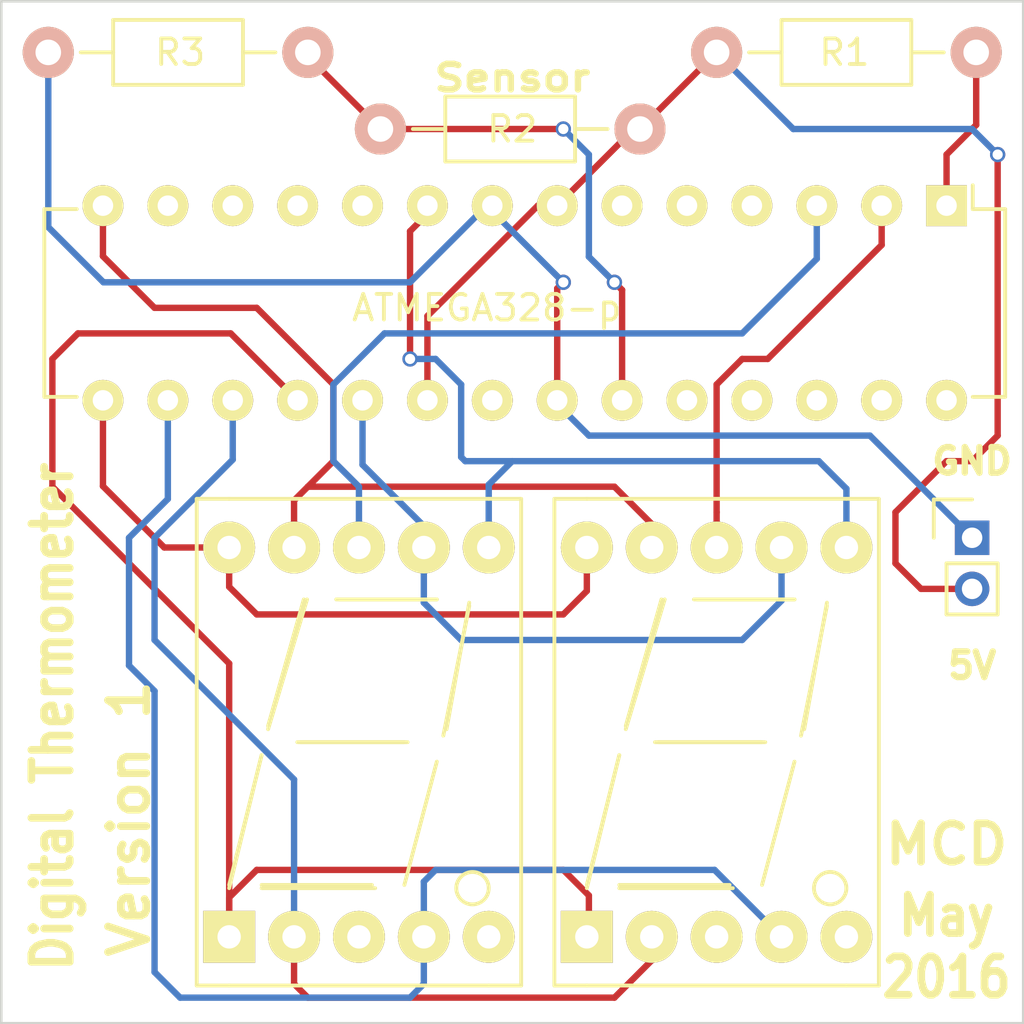
<source format=kicad_pcb>
(kicad_pcb (version 4) (host pcbnew 4.0.2-stable)

  (general
    (links 26)
    (no_connects 0)
    (area 126.949999 93.949999 167.050001 134.050001)
    (thickness 1.6)
    (drawings 11)
    (tracks 133)
    (zones 0)
    (modules 7)
    (nets 31)
  )

  (page A4)
  (layers
    (0 F.Cu signal)
    (31 B.Cu signal)
    (32 B.Adhes user)
    (33 F.Adhes user)
    (34 B.Paste user)
    (35 F.Paste user)
    (36 B.SilkS user)
    (37 F.SilkS user)
    (38 B.Mask user)
    (39 F.Mask user)
    (40 Dwgs.User user)
    (41 Cmts.User user)
    (42 Eco1.User user)
    (43 Eco2.User user)
    (44 Edge.Cuts user)
    (45 Margin user)
    (46 B.CrtYd user)
    (47 F.CrtYd user)
    (48 B.Fab user)
    (49 F.Fab user)
  )

  (setup
    (last_trace_width 0.25)
    (trace_clearance 0.2)
    (zone_clearance 0.508)
    (zone_45_only no)
    (trace_min 0.2)
    (segment_width 0.2)
    (edge_width 0.1)
    (via_size 0.6)
    (via_drill 0.4)
    (via_min_size 0.4)
    (via_min_drill 0.3)
    (uvia_size 0.3)
    (uvia_drill 0.1)
    (uvias_allowed no)
    (uvia_min_size 0.2)
    (uvia_min_drill 0.1)
    (pcb_text_width 0.3)
    (pcb_text_size 1.5 1.5)
    (mod_edge_width 0.15)
    (mod_text_size 1 1)
    (mod_text_width 0.15)
    (pad_size 1.6 1.6)
    (pad_drill 0.8)
    (pad_to_mask_clearance 0)
    (aux_axis_origin 0 0)
    (visible_elements 7FFFFFFF)
    (pcbplotparams
      (layerselection 0x010e0_80000001)
      (usegerberextensions false)
      (excludeedgelayer true)
      (linewidth 0.100000)
      (plotframeref false)
      (viasonmask false)
      (mode 1)
      (useauxorigin false)
      (hpglpennumber 1)
      (hpglpenspeed 20)
      (hpglpendiameter 15)
      (hpglpenoverlay 2)
      (psnegative false)
      (psa4output false)
      (plotreference true)
      (plotvalue true)
      (plotinvisibletext false)
      (padsonsilk false)
      (subtractmaskfromsilk false)
      (outputformat 1)
      (mirror false)
      (drillshape 0)
      (scaleselection 1)
      (outputdirectory Gerbers/))
  )

  (net 0 "")
  (net 1 "Net-(Digit0-Pad5)")
  (net 2 "Net-(Digit0-Pad10)")
  (net 3 "Net-(Digit0-Pad1)")
  (net 4 "Net-(Digit0-Pad2)")
  (net 5 "Net-(Digit0-Pad3)")
  (net 6 "Net-(Digit0-Pad4)")
  (net 7 "Net-(Digit0-Pad9)")
  (net 8 "Net-(Digit0-Pad8)")
  (net 9 "Net-(Digit0-Pad7)")
  (net 10 "Net-(Digit0-Pad6)")
  (net 11 "Net-(Digit1-Pad5)")
  (net 12 "Net-(Digit1-Pad3)")
  (net 13 "Net-(Digit1-Pad8)")
  (net 14 "Net-(IC1-Pad1)")
  (net 15 "Net-(IC1-Pad4)")
  (net 16 "Net-(IC1-Pad5)")
  (net 17 "Net-(IC1-Pad6)")
  (net 18 +5V)
  (net 19 GND)
  (net 20 "Net-(IC1-Pad10)")
  (net 21 "Net-(IC1-Pad11)")
  (net 22 "Net-(IC1-Pad12)")
  (net 23 "Net-(IC1-Pad13)")
  (net 24 "Net-(IC1-Pad21)")
  (net 25 "Net-(IC1-Pad23)")
  (net 26 "Net-(IC1-Pad24)")
  (net 27 "Net-(IC1-Pad25)")
  (net 28 "Net-(IC1-Pad26)")
  (net 29 "Net-(IC1-Pad27)")
  (net 30 "Net-(IC1-Pad28)")

  (net_class Default "This is the default net class."
    (clearance 0.2)
    (trace_width 0.25)
    (via_dia 0.6)
    (via_drill 0.4)
    (uvia_dia 0.3)
    (uvia_drill 0.1)
    (add_net +5V)
    (add_net GND)
    (add_net "Net-(Digit0-Pad1)")
    (add_net "Net-(Digit0-Pad10)")
    (add_net "Net-(Digit0-Pad2)")
    (add_net "Net-(Digit0-Pad3)")
    (add_net "Net-(Digit0-Pad4)")
    (add_net "Net-(Digit0-Pad5)")
    (add_net "Net-(Digit0-Pad6)")
    (add_net "Net-(Digit0-Pad7)")
    (add_net "Net-(Digit0-Pad8)")
    (add_net "Net-(Digit0-Pad9)")
    (add_net "Net-(Digit1-Pad3)")
    (add_net "Net-(Digit1-Pad5)")
    (add_net "Net-(Digit1-Pad8)")
    (add_net "Net-(IC1-Pad1)")
    (add_net "Net-(IC1-Pad10)")
    (add_net "Net-(IC1-Pad11)")
    (add_net "Net-(IC1-Pad12)")
    (add_net "Net-(IC1-Pad13)")
    (add_net "Net-(IC1-Pad21)")
    (add_net "Net-(IC1-Pad23)")
    (add_net "Net-(IC1-Pad24)")
    (add_net "Net-(IC1-Pad25)")
    (add_net "Net-(IC1-Pad26)")
    (add_net "Net-(IC1-Pad27)")
    (add_net "Net-(IC1-Pad28)")
    (add_net "Net-(IC1-Pad4)")
    (add_net "Net-(IC1-Pad5)")
    (add_net "Net-(IC1-Pad6)")
  )

  (module Pin_Headers:Pin_Header_Straight_1x02_Pitch2.00mm (layer F.Cu) (tedit 5733FE8B) (tstamp 5733F21A)
    (at 165 115)
    (descr "Through hole pin header, 1x02, 2.00mm pitch, single row")
    (tags "pin header single row")
    (path /5733A9A3)
    (fp_text reference "" (at -2 1 90) (layer F.SilkS)
      (effects (font (size 1 1) (thickness 0.15)))
    )
    (fp_text value "Power Pins" (at -2 1 90) (layer F.Fab)
      (effects (font (size 1 1) (thickness 0.15)))
    )
    (fp_line (start -1 1) (end 1 1) (layer F.SilkS) (width 0.15))
    (fp_line (start 1 1) (end 1 3) (layer F.SilkS) (width 0.15))
    (fp_line (start 1 3) (end -1 3) (layer F.SilkS) (width 0.15))
    (fp_line (start -1 3) (end -1 1) (layer F.SilkS) (width 0.15))
    (fp_line (start -1.6 -1.6) (end 1.6 -1.6) (layer F.CrtYd) (width 0.05))
    (fp_line (start 1.6 -1.6) (end 1.6 3.6) (layer F.CrtYd) (width 0.05))
    (fp_line (start 1.6 3.6) (end -1.6 3.6) (layer F.CrtYd) (width 0.05))
    (fp_line (start -1.6 3.6) (end -1.6 -1.6) (layer F.CrtYd) (width 0.05))
    (fp_line (start -1.5 0) (end -1.5 -1.5) (layer F.SilkS) (width 0.15))
    (fp_line (start -1.5 -1.5) (end 0 -1.5) (layer F.SilkS) (width 0.15))
    (pad 1 thru_hole rect (at 0 0) (size 1.35 1.35) (drill 0.8) (layers *.Cu *.Mask)
      (net 19 GND))
    (pad 2 thru_hole circle (at 0 2) (size 1.35 1.35) (drill 0.8) (layers *.Cu *.Mask)
      (net 18 +5V))
    (model Pin_Headers.3dshapes/Pin_Header_Straight_1x02_Pitch2.00mm.wrl
      (at (xyz 0 0 0))
      (scale (xyz 1 1 1))
      (rotate (xyz 0 0 0))
    )
  )

  (module 7SEG:LSHD-5601 (layer F.Cu) (tedit 5733FE85) (tstamp 5733F1DB)
    (at 155 123)
    (descr "Afficheur 7 segments")
    (tags AFFICHEUR)
    (path /57324652)
    (fp_text reference "" (at 0 -10.795) (layer F.SilkS)
      (effects (font (size 1 1) (thickness 0.15)))
    )
    (fp_text value 7SEGMENTS (at 0 -2) (layer F.Fab)
      (effects (font (size 1 1) (thickness 0.15)))
    )
    (fp_line (start 3.048 0.762) (end 1.778 5.588) (layer F.SilkS) (width 0.15))
    (fp_line (start -3.81 5.588) (end 0.508 5.588) (layer F.SilkS) (width 0.15))
    (fp_line (start -3.81 0.508) (end -5.08 5.588) (layer F.SilkS) (width 0.15))
    (fp_line (start -2.032 -5.588) (end -3.556 -0.508) (layer F.SilkS) (width 0.15))
    (fp_line (start -0.762 -5.588) (end 3.048 -5.588) (layer F.SilkS) (width 0.15))
    (fp_line (start -2.286 0) (end 1.778 0) (layer F.SilkS) (width 0.15))
    (fp_line (start 4.318 -5.334) (end 3.302 -0.254) (layer F.SilkS) (width 0.15))
    (fp_circle (center 4.445 5.715) (end 5.08 5.715) (layer F.SilkS) (width 0.15))
    (fp_line (start -3.81 5.715) (end 0.635 5.715) (layer F.SilkS) (width 0.15))
    (fp_line (start -5.08 -9.525) (end -6.35 -9.525) (layer F.SilkS) (width 0.15))
    (fp_line (start -6.35 -9.525) (end -6.35 9.525) (layer F.SilkS) (width 0.15))
    (fp_line (start -6.35 9.525) (end -5.08 9.525) (layer F.SilkS) (width 0.15))
    (fp_line (start 5.08 9.525) (end 6.35 9.525) (layer F.SilkS) (width 0.15))
    (fp_line (start 6.35 9.525) (end 6.35 -9.525) (layer F.SilkS) (width 0.15))
    (fp_line (start 6.35 -9.525) (end 5.08 -9.525) (layer F.SilkS) (width 0.15))
    (fp_line (start -5.08 9.525) (end 5.08 9.525) (layer F.SilkS) (width 0.15))
    (fp_line (start 5.08 -9.525) (end -5.08 -9.525) (layer F.SilkS) (width 0.15))
    (fp_line (start -2.413 0) (end 1.905 0) (layer F.SilkS) (width 0.15))
    (fp_line (start 3.429 -0.508) (end 4.318 -5.461) (layer F.SilkS) (width 0.15))
    (fp_line (start -0.889 -5.588) (end 3.048 -5.588) (layer F.SilkS) (width 0.15))
    (fp_line (start -3.556 -0.635) (end -2.159 -5.588) (layer F.SilkS) (width 0.15))
    (fp_line (start -3.81 0.508) (end -5.08 5.715) (layer F.SilkS) (width 0.15))
    (pad 5 thru_hole circle (at 5.08 7.62) (size 2.032 2.032) (drill 0.9144) (layers *.Cu *.Mask F.SilkS)
      (net 1 "Net-(Digit0-Pad5)"))
    (pad 10 thru_hole circle (at 5.08 -7.62) (size 2.032 2.032) (drill 0.9144) (layers *.Cu *.Mask F.SilkS)
      (net 2 "Net-(Digit0-Pad10)"))
    (pad 1 thru_hole rect (at -5.08 7.62) (size 2.032 2.032) (drill 0.9144) (layers *.Cu *.Mask F.SilkS)
      (net 3 "Net-(Digit0-Pad1)"))
    (pad 2 thru_hole circle (at -2.54 7.62) (size 2.032 2.032) (drill 0.9144) (layers *.Cu *.Mask F.SilkS)
      (net 4 "Net-(Digit0-Pad2)"))
    (pad 3 thru_hole circle (at 0 7.62) (size 2.032 2.032) (drill 0.9144) (layers *.Cu *.Mask F.SilkS)
      (net 5 "Net-(Digit0-Pad3)"))
    (pad 4 thru_hole circle (at 2.54 7.62) (size 2.032 2.032) (drill 0.9144) (layers *.Cu *.Mask F.SilkS)
      (net 6 "Net-(Digit0-Pad4)"))
    (pad 9 thru_hole circle (at 2.54 -7.62) (size 2.032 2.032) (drill 0.9144) (layers *.Cu *.Mask F.SilkS)
      (net 7 "Net-(Digit0-Pad9)"))
    (pad 8 thru_hole circle (at 0 -7.62) (size 2.032 2.032) (drill 0.9144) (layers *.Cu *.Mask F.SilkS)
      (net 8 "Net-(Digit0-Pad8)"))
    (pad 7 thru_hole circle (at -2.54 -7.62) (size 2.032 2.032) (drill 0.9144) (layers *.Cu *.Mask F.SilkS)
      (net 9 "Net-(Digit0-Pad7)"))
    (pad 6 thru_hole circle (at -5.08 -7.62) (size 2.032 2.032) (drill 0.9144) (layers *.Cu *.Mask F.SilkS)
      (net 10 "Net-(Digit0-Pad6)"))
  )

  (module 7SEG:LSHD-5601 (layer F.Cu) (tedit 5733FE83) (tstamp 5733F1E9)
    (at 141 123)
    (descr "Afficheur 7 segments")
    (tags AFFICHEUR)
    (path /57324713)
    (fp_text reference "" (at 0 -10.795) (layer F.SilkS)
      (effects (font (size 1 1) (thickness 0.15)))
    )
    (fp_text value 7SEGMENTS (at 0 -2) (layer F.Fab)
      (effects (font (size 1 1) (thickness 0.15)))
    )
    (fp_line (start 3.048 0.762) (end 1.778 5.588) (layer F.SilkS) (width 0.15))
    (fp_line (start -3.81 5.588) (end 0.508 5.588) (layer F.SilkS) (width 0.15))
    (fp_line (start -3.81 0.508) (end -5.08 5.588) (layer F.SilkS) (width 0.15))
    (fp_line (start -2.032 -5.588) (end -3.556 -0.508) (layer F.SilkS) (width 0.15))
    (fp_line (start -0.762 -5.588) (end 3.048 -5.588) (layer F.SilkS) (width 0.15))
    (fp_line (start -2.286 0) (end 1.778 0) (layer F.SilkS) (width 0.15))
    (fp_line (start 4.318 -5.334) (end 3.302 -0.254) (layer F.SilkS) (width 0.15))
    (fp_circle (center 4.445 5.715) (end 5.08 5.715) (layer F.SilkS) (width 0.15))
    (fp_line (start -3.81 5.715) (end 0.635 5.715) (layer F.SilkS) (width 0.15))
    (fp_line (start -5.08 -9.525) (end -6.35 -9.525) (layer F.SilkS) (width 0.15))
    (fp_line (start -6.35 -9.525) (end -6.35 9.525) (layer F.SilkS) (width 0.15))
    (fp_line (start -6.35 9.525) (end -5.08 9.525) (layer F.SilkS) (width 0.15))
    (fp_line (start 5.08 9.525) (end 6.35 9.525) (layer F.SilkS) (width 0.15))
    (fp_line (start 6.35 9.525) (end 6.35 -9.525) (layer F.SilkS) (width 0.15))
    (fp_line (start 6.35 -9.525) (end 5.08 -9.525) (layer F.SilkS) (width 0.15))
    (fp_line (start -5.08 9.525) (end 5.08 9.525) (layer F.SilkS) (width 0.15))
    (fp_line (start 5.08 -9.525) (end -5.08 -9.525) (layer F.SilkS) (width 0.15))
    (fp_line (start -2.413 0) (end 1.905 0) (layer F.SilkS) (width 0.15))
    (fp_line (start 3.429 -0.508) (end 4.318 -5.461) (layer F.SilkS) (width 0.15))
    (fp_line (start -0.889 -5.588) (end 3.048 -5.588) (layer F.SilkS) (width 0.15))
    (fp_line (start -3.556 -0.635) (end -2.159 -5.588) (layer F.SilkS) (width 0.15))
    (fp_line (start -3.81 0.508) (end -5.08 5.715) (layer F.SilkS) (width 0.15))
    (pad 5 thru_hole circle (at 5.08 7.62) (size 2.032 2.032) (drill 0.9144) (layers *.Cu *.Mask F.SilkS)
      (net 11 "Net-(Digit1-Pad5)"))
    (pad 10 thru_hole circle (at 5.08 -7.62) (size 2.032 2.032) (drill 0.9144) (layers *.Cu *.Mask F.SilkS)
      (net 2 "Net-(Digit0-Pad10)"))
    (pad 1 thru_hole rect (at -5.08 7.62) (size 2.032 2.032) (drill 0.9144) (layers *.Cu *.Mask F.SilkS)
      (net 3 "Net-(Digit0-Pad1)"))
    (pad 2 thru_hole circle (at -2.54 7.62) (size 2.032 2.032) (drill 0.9144) (layers *.Cu *.Mask F.SilkS)
      (net 4 "Net-(Digit0-Pad2)"))
    (pad 3 thru_hole circle (at 0 7.62) (size 2.032 2.032) (drill 0.9144) (layers *.Cu *.Mask F.SilkS)
      (net 12 "Net-(Digit1-Pad3)"))
    (pad 4 thru_hole circle (at 2.54 7.62) (size 2.032 2.032) (drill 0.9144) (layers *.Cu *.Mask F.SilkS)
      (net 6 "Net-(Digit0-Pad4)"))
    (pad 9 thru_hole circle (at 2.54 -7.62) (size 2.032 2.032) (drill 0.9144) (layers *.Cu *.Mask F.SilkS)
      (net 7 "Net-(Digit0-Pad9)"))
    (pad 8 thru_hole circle (at 0 -7.62) (size 2.032 2.032) (drill 0.9144) (layers *.Cu *.Mask F.SilkS)
      (net 13 "Net-(Digit1-Pad8)"))
    (pad 7 thru_hole circle (at -2.54 -7.62) (size 2.032 2.032) (drill 0.9144) (layers *.Cu *.Mask F.SilkS)
      (net 9 "Net-(Digit0-Pad7)"))
    (pad 6 thru_hole circle (at -5.08 -7.62) (size 2.032 2.032) (drill 0.9144) (layers *.Cu *.Mask F.SilkS)
      (net 10 "Net-(Digit0-Pad6)"))
  )

  (module Housings_DIP:DIP-28_W7.62mm (layer F.Cu) (tedit 5733FE92) (tstamp 5733F214)
    (at 164 102 270)
    (descr "28-lead dip package, row spacing 7.62 mm (300 mils)")
    (tags "dil dip 2.54 300")
    (path /57324934)
    (fp_text reference ATMEGA328-p (at 4 18 360) (layer F.SilkS)
      (effects (font (size 1 1) (thickness 0.15)))
    )
    (fp_text value ATMEGA328-P (at 4 5 360) (layer F.Fab)
      (effects (font (size 1 1) (thickness 0.15)))
    )
    (fp_line (start -1.05 -2.45) (end -1.05 35.5) (layer F.CrtYd) (width 0.05))
    (fp_line (start 8.65 -2.45) (end 8.65 35.5) (layer F.CrtYd) (width 0.05))
    (fp_line (start -1.05 -2.45) (end 8.65 -2.45) (layer F.CrtYd) (width 0.05))
    (fp_line (start -1.05 35.5) (end 8.65 35.5) (layer F.CrtYd) (width 0.05))
    (fp_line (start 0.135 -2.295) (end 0.135 -1.025) (layer F.SilkS) (width 0.15))
    (fp_line (start 7.485 -2.295) (end 7.485 -1.025) (layer F.SilkS) (width 0.15))
    (fp_line (start 7.485 35.315) (end 7.485 34.045) (layer F.SilkS) (width 0.15))
    (fp_line (start 0.135 35.315) (end 0.135 34.045) (layer F.SilkS) (width 0.15))
    (fp_line (start 0.135 -2.295) (end 7.485 -2.295) (layer F.SilkS) (width 0.15))
    (fp_line (start 0.135 35.315) (end 7.485 35.315) (layer F.SilkS) (width 0.15))
    (fp_line (start 0.135 -1.025) (end -0.8 -1.025) (layer F.SilkS) (width 0.15))
    (pad 1 thru_hole rect (at 0 0 270) (size 1.6 1.6) (drill 0.8) (layers *.Cu *.Mask F.SilkS)
      (net 14 "Net-(IC1-Pad1)"))
    (pad 2 thru_hole oval (at 0 2.54 270) (size 1.6 1.6) (drill 0.8) (layers *.Cu *.Mask F.SilkS)
      (net 8 "Net-(Digit0-Pad8)"))
    (pad 3 thru_hole oval (at 0 5.08 270) (size 1.6 1.6) (drill 0.8) (layers *.Cu *.Mask F.SilkS)
      (net 13 "Net-(Digit1-Pad8)"))
    (pad 4 thru_hole oval (at 0 7.62 270) (size 1.6 1.6) (drill 0.8) (layers *.Cu *.Mask F.SilkS)
      (net 15 "Net-(IC1-Pad4)"))
    (pad 5 thru_hole oval (at 0 10.16 270) (size 1.6 1.6) (drill 0.8) (layers *.Cu *.Mask F.SilkS)
      (net 16 "Net-(IC1-Pad5)"))
    (pad 6 thru_hole oval (at 0 12.7 270) (size 1.6 1.6) (drill 0.8) (layers *.Cu *.Mask F.SilkS)
      (net 17 "Net-(IC1-Pad6)"))
    (pad 7 thru_hole oval (at 0 15.24 270) (size 1.6 1.6) (drill 0.8) (layers *.Cu *.Mask F.SilkS)
      (net 18 +5V))
    (pad 8 thru_hole oval (at 0 17.78 270) (size 1.6 1.6) (drill 0.8) (layers *.Cu *.Mask F.SilkS)
      (net 19 GND))
    (pad 9 thru_hole oval (at 0 20.32 270) (size 1.6 1.6) (drill 0.8) (layers *.Cu *.Mask F.SilkS)
      (net 2 "Net-(Digit0-Pad10)"))
    (pad 10 thru_hole oval (at 0 22.86 270) (size 1.6 1.6) (drill 0.8) (layers *.Cu *.Mask F.SilkS)
      (net 20 "Net-(IC1-Pad10)"))
    (pad 11 thru_hole oval (at 0 25.4 270) (size 1.6 1.6) (drill 0.8) (layers *.Cu *.Mask F.SilkS)
      (net 21 "Net-(IC1-Pad11)"))
    (pad 12 thru_hole oval (at 0 27.94 270) (size 1.6 1.6) (drill 0.8) (layers *.Cu *.Mask F.SilkS)
      (net 22 "Net-(IC1-Pad12)"))
    (pad 13 thru_hole oval (at 0 30.48 270) (size 1.6 1.6) (drill 0.8) (layers *.Cu *.Mask F.SilkS)
      (net 23 "Net-(IC1-Pad13)"))
    (pad 14 thru_hole oval (at 0 33.02 270) (size 1.6 1.6) (drill 0.8) (layers *.Cu *.Mask F.SilkS)
      (net 9 "Net-(Digit0-Pad7)"))
    (pad 15 thru_hole oval (at 7.62 33.02 270) (size 1.6 1.6) (drill 0.8) (layers *.Cu *.Mask F.SilkS)
      (net 10 "Net-(Digit0-Pad6)"))
    (pad 16 thru_hole oval (at 7.62 30.48 270) (size 1.6 1.6) (drill 0.8) (layers *.Cu *.Mask F.SilkS)
      (net 6 "Net-(Digit0-Pad4)"))
    (pad 17 thru_hole oval (at 7.62 27.94 270) (size 1.6 1.6) (drill 0.8) (layers *.Cu *.Mask F.SilkS)
      (net 4 "Net-(Digit0-Pad2)"))
    (pad 18 thru_hole oval (at 7.62 25.4 270) (size 1.6 1.6) (drill 0.8) (layers *.Cu *.Mask F.SilkS)
      (net 3 "Net-(Digit0-Pad1)"))
    (pad 19 thru_hole oval (at 7.62 22.86 270) (size 1.6 1.6) (drill 0.8) (layers *.Cu *.Mask F.SilkS)
      (net 7 "Net-(Digit0-Pad9)"))
    (pad 20 thru_hole oval (at 7.62 20.32 270) (size 1.6 1.6) (drill 0.8) (layers *.Cu *.Mask F.SilkS)
      (net 18 +5V))
    (pad 21 thru_hole oval (at 7.62 17.78 270) (size 1.6 1.6) (drill 0.8) (layers *.Cu *.Mask F.SilkS)
      (net 24 "Net-(IC1-Pad21)"))
    (pad 22 thru_hole oval (at 7.62 15.24 270) (size 1.6 1.6) (drill 0.8) (layers *.Cu *.Mask F.SilkS)
      (net 19 GND))
    (pad 23 thru_hole oval (at 7.62 12.7 270) (size 1.6 1.6) (drill 0.8) (layers *.Cu *.Mask F.SilkS)
      (net 25 "Net-(IC1-Pad23)"))
    (pad 24 thru_hole oval (at 7.62 10.16 270) (size 1.6 1.6) (drill 0.8) (layers *.Cu *.Mask F.SilkS)
      (net 26 "Net-(IC1-Pad24)"))
    (pad 25 thru_hole oval (at 7.62 7.62 270) (size 1.6 1.6) (drill 0.8) (layers *.Cu *.Mask F.SilkS)
      (net 27 "Net-(IC1-Pad25)"))
    (pad 26 thru_hole oval (at 7.62 5.08 270) (size 1.6 1.6) (drill 0.8) (layers *.Cu *.Mask F.SilkS)
      (net 28 "Net-(IC1-Pad26)"))
    (pad 27 thru_hole oval (at 7.62 2.54 270) (size 1.6 1.6) (drill 0.8) (layers *.Cu *.Mask F.SilkS)
      (net 29 "Net-(IC1-Pad27)"))
    (pad 28 thru_hole oval (at 7.62 0 270) (size 1.6 1.6) (drill 0.8) (layers *.Cu *.Mask F.SilkS)
      (net 30 "Net-(IC1-Pad28)"))
    (model Housings_DIP.3dshapes/DIP-28_W7.62mm.wrl
      (at (xyz 0 0 0))
      (scale (xyz 1 1 1))
      (rotate (xyz 0 0 0))
    )
  )

  (module Resistors_ThroughHole:Resistor_Horizontal_RM10mm (layer F.Cu) (tedit 5733FE9E) (tstamp 5733F220)
    (at 155 96)
    (descr "Resistor, Axial,  RM 10mm, 1/3W")
    (tags "Resistor Axial RM 10mm 1/3W")
    (path /57325852)
    (fp_text reference R1 (at 5 0) (layer F.SilkS)
      (effects (font (size 1 1) (thickness 0.15)))
    )
    (fp_text value 10k (at 5.08 3.81) (layer F.Fab)
      (effects (font (size 1 1) (thickness 0.15)))
    )
    (fp_line (start -1.25 -1.5) (end 11.4 -1.5) (layer F.CrtYd) (width 0.05))
    (fp_line (start -1.25 1.5) (end -1.25 -1.5) (layer F.CrtYd) (width 0.05))
    (fp_line (start 11.4 -1.5) (end 11.4 1.5) (layer F.CrtYd) (width 0.05))
    (fp_line (start -1.25 1.5) (end 11.4 1.5) (layer F.CrtYd) (width 0.05))
    (fp_line (start 2.54 -1.27) (end 7.62 -1.27) (layer F.SilkS) (width 0.15))
    (fp_line (start 7.62 -1.27) (end 7.62 1.27) (layer F.SilkS) (width 0.15))
    (fp_line (start 7.62 1.27) (end 2.54 1.27) (layer F.SilkS) (width 0.15))
    (fp_line (start 2.54 1.27) (end 2.54 -1.27) (layer F.SilkS) (width 0.15))
    (fp_line (start 2.54 0) (end 1.27 0) (layer F.SilkS) (width 0.15))
    (fp_line (start 7.62 0) (end 8.89 0) (layer F.SilkS) (width 0.15))
    (pad 1 thru_hole circle (at 0 0) (size 1.99898 1.99898) (drill 1.00076) (layers *.Cu *.SilkS *.Mask)
      (net 18 +5V))
    (pad 2 thru_hole circle (at 10.16 0) (size 1.99898 1.99898) (drill 1.00076) (layers *.Cu *.SilkS *.Mask)
      (net 14 "Net-(IC1-Pad1)"))
    (model Resistors_ThroughHole.3dshapes/Resistor_Horizontal_RM10mm.wrl
      (at (xyz 0.2 0 0))
      (scale (xyz 0.4 0.4 0.4))
      (rotate (xyz 0 0 0))
    )
  )

  (module Resistors_ThroughHole:Resistor_Horizontal_RM10mm (layer F.Cu) (tedit 5733FEA5) (tstamp 5733F226)
    (at 152 99 180)
    (descr "Resistor, Axial,  RM 10mm, 1/3W")
    (tags "Resistor Axial RM 10mm 1/3W")
    (path /5732A2DC)
    (fp_text reference R2 (at 5 0 180) (layer F.SilkS)
      (effects (font (size 1 1) (thickness 0.15)))
    )
    (fp_text value 10k (at 18 0 180) (layer F.Fab)
      (effects (font (size 1 1) (thickness 0.15)))
    )
    (fp_line (start -1.25 -1.5) (end 11.4 -1.5) (layer F.CrtYd) (width 0.05))
    (fp_line (start -1.25 1.5) (end -1.25 -1.5) (layer F.CrtYd) (width 0.05))
    (fp_line (start 11.4 -1.5) (end 11.4 1.5) (layer F.CrtYd) (width 0.05))
    (fp_line (start -1.25 1.5) (end 11.4 1.5) (layer F.CrtYd) (width 0.05))
    (fp_line (start 2.54 -1.27) (end 7.62 -1.27) (layer F.SilkS) (width 0.15))
    (fp_line (start 7.62 -1.27) (end 7.62 1.27) (layer F.SilkS) (width 0.15))
    (fp_line (start 7.62 1.27) (end 2.54 1.27) (layer F.SilkS) (width 0.15))
    (fp_line (start 2.54 1.27) (end 2.54 -1.27) (layer F.SilkS) (width 0.15))
    (fp_line (start 2.54 0) (end 1.27 0) (layer F.SilkS) (width 0.15))
    (fp_line (start 7.62 0) (end 8.89 0) (layer F.SilkS) (width 0.15))
    (pad 1 thru_hole circle (at 0 0 180) (size 1.99898 1.99898) (drill 1.00076) (layers *.Cu *.SilkS *.Mask)
      (net 18 +5V))
    (pad 2 thru_hole circle (at 10.16 0 180) (size 1.99898 1.99898) (drill 1.00076) (layers *.Cu *.SilkS *.Mask)
      (net 25 "Net-(IC1-Pad23)"))
    (model Resistors_ThroughHole.3dshapes/Resistor_Horizontal_RM10mm.wrl
      (at (xyz 0.2 0 0))
      (scale (xyz 0.4 0.4 0.4))
      (rotate (xyz 0 0 0))
    )
  )

  (module Resistors_ThroughHole:Resistor_Horizontal_RM10mm (layer F.Cu) (tedit 5733FEA8) (tstamp 5733F22C)
    (at 139 96 180)
    (descr "Resistor, Axial,  RM 10mm, 1/3W")
    (tags "Resistor Axial RM 10mm 1/3W")
    (path /5732A0ED)
    (fp_text reference R3 (at 5 0 180) (layer F.SilkS)
      (effects (font (size 1 1) (thickness 0.15)))
    )
    (fp_text value 10k (at -8 1 180) (layer F.Fab)
      (effects (font (size 1 1) (thickness 0.15)))
    )
    (fp_line (start -1.25 -1.5) (end 11.4 -1.5) (layer F.CrtYd) (width 0.05))
    (fp_line (start -1.25 1.5) (end -1.25 -1.5) (layer F.CrtYd) (width 0.05))
    (fp_line (start 11.4 -1.5) (end 11.4 1.5) (layer F.CrtYd) (width 0.05))
    (fp_line (start -1.25 1.5) (end 11.4 1.5) (layer F.CrtYd) (width 0.05))
    (fp_line (start 2.54 -1.27) (end 7.62 -1.27) (layer F.SilkS) (width 0.15))
    (fp_line (start 7.62 -1.27) (end 7.62 1.27) (layer F.SilkS) (width 0.15))
    (fp_line (start 7.62 1.27) (end 2.54 1.27) (layer F.SilkS) (width 0.15))
    (fp_line (start 2.54 1.27) (end 2.54 -1.27) (layer F.SilkS) (width 0.15))
    (fp_line (start 2.54 0) (end 1.27 0) (layer F.SilkS) (width 0.15))
    (fp_line (start 7.62 0) (end 8.89 0) (layer F.SilkS) (width 0.15))
    (pad 1 thru_hole circle (at 0 0 180) (size 1.99898 1.99898) (drill 1.00076) (layers *.Cu *.SilkS *.Mask)
      (net 25 "Net-(IC1-Pad23)"))
    (pad 2 thru_hole circle (at 10.16 0 180) (size 1.99898 1.99898) (drill 1.00076) (layers *.Cu *.SilkS *.Mask)
      (net 19 GND))
    (model Resistors_ThroughHole.3dshapes/Resistor_Horizontal_RM10mm.wrl
      (at (xyz 0.2 0 0))
      (scale (xyz 0.4 0.4 0.4))
      (rotate (xyz 0 0 0))
    )
  )

  (gr_text "5V\n" (at 165 120) (layer F.SilkS)
    (effects (font (size 1 1) (thickness 0.25)))
  )
  (gr_text "GND\n" (at 165 112) (layer F.SilkS)
    (effects (font (size 1 1) (thickness 0.25)))
  )
  (gr_text "May\n2016\n" (at 164 131) (layer F.SilkS)
    (effects (font (size 1.5 1.3) (thickness 0.3)))
  )
  (gr_text "MCD\n" (at 164 127) (layer F.SilkS)
    (effects (font (size 1.5 1.5) (thickness 0.3)))
  )
  (gr_text "Version 1\n" (at 132 126 90) (layer F.SilkS)
    (effects (font (size 1.5 1.5) (thickness 0.3)))
  )
  (gr_text "Digital Thermometer\n" (at 129 122 90) (layer F.SilkS)
    (effects (font (size 1.5 1.3) (thickness 0.3)))
  )
  (gr_text "Sensor\n" (at 147 97) (layer F.SilkS)
    (effects (font (size 1 1.2) (thickness 0.25)))
  )
  (gr_line (start 167 94) (end 127 94) (angle 90) (layer Edge.Cuts) (width 0.1))
  (gr_line (start 167 134) (end 167 94) (angle 90) (layer Edge.Cuts) (width 0.1))
  (gr_line (start 127 134) (end 167 134) (angle 90) (layer Edge.Cuts) (width 0.1))
  (gr_line (start 127 94) (end 127 134) (angle 90) (layer Edge.Cuts) (width 0.1))

  (segment (start 143.68 102) (end 143.68 102.32) (width 0.25) (layer F.Cu) (net 2))
  (segment (start 143.68 102.32) (end 143 103) (width 0.25) (layer F.Cu) (net 2) (tstamp 5733FB77))
  (segment (start 143 103) (end 143 108) (width 0.25) (layer F.Cu) (net 2) (tstamp 5733FB78))
  (via (at 143 108) (size 0.6) (drill 0.4) (layers F.Cu B.Cu) (net 2))
  (segment (start 143 108) (end 144 108) (width 0.25) (layer B.Cu) (net 2) (tstamp 5733FB82))
  (segment (start 144 108) (end 145 109) (width 0.25) (layer B.Cu) (net 2) (tstamp 5733FB83))
  (segment (start 145 109) (end 145 111.84) (width 0.25) (layer B.Cu) (net 2) (tstamp 5733FB8B))
  (segment (start 145 111.84) (end 145.16 112) (width 0.25) (layer B.Cu) (net 2) (tstamp 5733FB8E))
  (segment (start 145.16 112) (end 147 112) (width 0.25) (layer B.Cu) (net 2) (tstamp 5733FB90))
  (segment (start 146.08 115.38) (end 146.08 112.92) (width 0.25) (layer B.Cu) (net 2))
  (segment (start 160.08 113.08) (end 160.08 115.38) (width 0.25) (layer B.Cu) (net 2) (tstamp 5733F69C))
  (segment (start 159 112) (end 160.08 113.08) (width 0.25) (layer B.Cu) (net 2) (tstamp 5733F69A))
  (segment (start 147 112) (end 159 112) (width 0.25) (layer B.Cu) (net 2) (tstamp 5733F699))
  (segment (start 146.08 112.92) (end 147 112) (width 0.25) (layer B.Cu) (net 2) (tstamp 5733F698))
  (segment (start 135.92 130.62) (end 135.92 119.92) (width 0.25) (layer F.Cu) (net 3))
  (segment (start 135.98 107) (end 138.6 109.62) (width 0.25) (layer F.Cu) (net 3) (tstamp 5733F82C))
  (segment (start 130 107) (end 135.98 107) (width 0.25) (layer F.Cu) (net 3) (tstamp 5733F82A))
  (segment (start 129 108) (end 130 107) (width 0.25) (layer F.Cu) (net 3) (tstamp 5733F828))
  (segment (start 129 113) (end 129 108) (width 0.25) (layer F.Cu) (net 3) (tstamp 5733F826))
  (segment (start 135.92 119.92) (end 129 113) (width 0.25) (layer F.Cu) (net 3) (tstamp 5733F820))
  (segment (start 135.92 130.62) (end 135.92 129.08) (width 0.25) (layer F.Cu) (net 3))
  (segment (start 150 129) (end 150 130.54) (width 0.25) (layer F.Cu) (net 3) (tstamp 5733F653))
  (segment (start 149 128) (end 150 129) (width 0.25) (layer F.Cu) (net 3) (tstamp 5733F652))
  (segment (start 137 128) (end 149 128) (width 0.25) (layer F.Cu) (net 3) (tstamp 5733F651))
  (segment (start 135.92 129.08) (end 137 128) (width 0.25) (layer F.Cu) (net 3) (tstamp 5733F650))
  (segment (start 150 130.54) (end 149.92 130.62) (width 0.25) (layer F.Cu) (net 3) (tstamp 5733F654))
  (segment (start 138.46 130.62) (end 138.46 124.46) (width 0.25) (layer B.Cu) (net 4))
  (segment (start 136.06 111.94) (end 136.06 109.62) (width 0.25) (layer B.Cu) (net 4) (tstamp 5733F893))
  (segment (start 133 115) (end 136.06 111.94) (width 0.25) (layer B.Cu) (net 4) (tstamp 5733F891))
  (segment (start 133 119) (end 133 115) (width 0.25) (layer B.Cu) (net 4) (tstamp 5733F88F))
  (segment (start 138.46 124.46) (end 133 119) (width 0.25) (layer B.Cu) (net 4) (tstamp 5733F888))
  (segment (start 138.46 130.62) (end 138.46 132.46) (width 0.25) (layer F.Cu) (net 4))
  (segment (start 151 133) (end 152.46 131.54) (width 0.25) (layer F.Cu) (net 4) (tstamp 5733F65C))
  (segment (start 139 133) (end 151 133) (width 0.25) (layer F.Cu) (net 4) (tstamp 5733F65B))
  (segment (start 138.46 132.46) (end 139 133) (width 0.25) (layer F.Cu) (net 4) (tstamp 5733F65A))
  (segment (start 152.46 131.54) (end 152.46 130.62) (width 0.25) (layer F.Cu) (net 4) (tstamp 5733F65E))
  (segment (start 143.54 130.62) (end 143.54 132.46) (width 0.25) (layer B.Cu) (net 6))
  (segment (start 133.52 113.48) (end 133.52 109.62) (width 0.25) (layer B.Cu) (net 6) (tstamp 5733F8B9))
  (segment (start 132 115) (end 133.52 113.48) (width 0.25) (layer B.Cu) (net 6) (tstamp 5733F8B6))
  (segment (start 132 120) (end 132 115) (width 0.25) (layer B.Cu) (net 6) (tstamp 5733F8B4))
  (segment (start 133 121) (end 132 120) (width 0.25) (layer B.Cu) (net 6) (tstamp 5733F8B2))
  (segment (start 133 132) (end 133 121) (width 0.25) (layer B.Cu) (net 6) (tstamp 5733F8AE))
  (segment (start 134 133) (end 133 132) (width 0.25) (layer B.Cu) (net 6) (tstamp 5733F8AC))
  (segment (start 143 133) (end 134 133) (width 0.25) (layer B.Cu) (net 6) (tstamp 5733F8AA))
  (segment (start 143.54 132.46) (end 143 133) (width 0.25) (layer B.Cu) (net 6) (tstamp 5733F8A8))
  (segment (start 143.54 130.62) (end 143.54 128.46) (width 0.25) (layer B.Cu) (net 6))
  (segment (start 154.92 128) (end 157.54 130.62) (width 0.25) (layer B.Cu) (net 6) (tstamp 5733F66A))
  (segment (start 144 128) (end 154.92 128) (width 0.25) (layer B.Cu) (net 6) (tstamp 5733F669))
  (segment (start 143.54 128.46) (end 144 128) (width 0.25) (layer B.Cu) (net 6) (tstamp 5733F668))
  (segment (start 143.54 115.38) (end 143.54 114.54) (width 0.25) (layer B.Cu) (net 7))
  (segment (start 143.54 114.54) (end 141.14 112.14) (width 0.25) (layer B.Cu) (net 7) (tstamp 5733FB33))
  (segment (start 141.14 112.14) (end 141.14 109.62) (width 0.25) (layer B.Cu) (net 7) (tstamp 5733FB36))
  (segment (start 143.54 115.38) (end 143.54 117.54) (width 0.25) (layer B.Cu) (net 7))
  (segment (start 157.54 117.46) (end 157.54 115.38) (width 0.25) (layer B.Cu) (net 7) (tstamp 5733F694))
  (segment (start 156 119) (end 157.54 117.46) (width 0.25) (layer B.Cu) (net 7) (tstamp 5733F692))
  (segment (start 145 119) (end 156 119) (width 0.25) (layer B.Cu) (net 7) (tstamp 5733F690))
  (segment (start 143.54 117.54) (end 145 119) (width 0.25) (layer B.Cu) (net 7) (tstamp 5733F68E))
  (segment (start 155 115.38) (end 155 114) (width 0.25) (layer F.Cu) (net 8))
  (segment (start 161.46 103.54) (end 161.46 102) (width 0.25) (layer F.Cu) (net 8) (tstamp 5733F6B2))
  (segment (start 157 108) (end 161.46 103.54) (width 0.25) (layer F.Cu) (net 8) (tstamp 5733F6B0))
  (segment (start 156 108) (end 157 108) (width 0.25) (layer F.Cu) (net 8) (tstamp 5733F6AF))
  (segment (start 155 109) (end 156 108) (width 0.25) (layer F.Cu) (net 8) (tstamp 5733F6AE))
  (segment (start 155 114) (end 155 109) (width 0.25) (layer F.Cu) (net 8) (tstamp 5733F6AC))
  (segment (start 130.98 102) (end 130.98 103.98) (width 0.25) (layer F.Cu) (net 9))
  (segment (start 140 112) (end 139 113) (width 0.25) (layer F.Cu) (net 9) (tstamp 5733F8E4))
  (segment (start 140 109) (end 140 112) (width 0.25) (layer F.Cu) (net 9) (tstamp 5733F8E2))
  (segment (start 137 106) (end 140 109) (width 0.25) (layer F.Cu) (net 9) (tstamp 5733F8E0))
  (segment (start 133 106) (end 137 106) (width 0.25) (layer F.Cu) (net 9) (tstamp 5733F8DD))
  (segment (start 130.98 103.98) (end 133 106) (width 0.25) (layer F.Cu) (net 9) (tstamp 5733F8DB))
  (segment (start 138.46 115.38) (end 138.46 113.54) (width 0.25) (layer F.Cu) (net 9))
  (segment (start 151 113) (end 152.46 114.46) (width 0.25) (layer F.Cu) (net 9) (tstamp 5733F67A))
  (segment (start 139 113) (end 151 113) (width 0.25) (layer F.Cu) (net 9) (tstamp 5733F679))
  (segment (start 138.46 113.54) (end 139 113) (width 0.25) (layer F.Cu) (net 9) (tstamp 5733F678))
  (segment (start 152.46 114.46) (end 152.46 115.38) (width 0.25) (layer F.Cu) (net 9) (tstamp 5733F67C))
  (segment (start 135.92 115.38) (end 133.38 115.38) (width 0.25) (layer F.Cu) (net 10))
  (segment (start 130.98 112.98) (end 130.98 109.62) (width 0.25) (layer F.Cu) (net 10) (tstamp 5733F6B8))
  (segment (start 133.38 115.38) (end 130.98 112.98) (width 0.25) (layer F.Cu) (net 10) (tstamp 5733F6B6))
  (segment (start 135.92 115.38) (end 135.92 116.92) (width 0.25) (layer F.Cu) (net 10))
  (segment (start 149.92 117.08) (end 149.92 115.38) (width 0.25) (layer F.Cu) (net 10) (tstamp 5733F675))
  (segment (start 149 118) (end 149.92 117.08) (width 0.25) (layer F.Cu) (net 10) (tstamp 5733F673))
  (segment (start 137 118) (end 149 118) (width 0.25) (layer F.Cu) (net 10) (tstamp 5733F671))
  (segment (start 135.92 116.92) (end 137 118) (width 0.25) (layer F.Cu) (net 10) (tstamp 5733F66F))
  (segment (start 141 115.38) (end 141 113) (width 0.25) (layer B.Cu) (net 13))
  (segment (start 158.92 104.08) (end 158.92 102) (width 0.25) (layer B.Cu) (net 13) (tstamp 5733F689))
  (segment (start 156 107) (end 158.92 104.08) (width 0.25) (layer B.Cu) (net 13) (tstamp 5733F687))
  (segment (start 142 107) (end 156 107) (width 0.25) (layer B.Cu) (net 13) (tstamp 5733F685))
  (segment (start 140 109) (end 142 107) (width 0.25) (layer B.Cu) (net 13) (tstamp 5733F683))
  (segment (start 140 112) (end 140 109) (width 0.25) (layer B.Cu) (net 13) (tstamp 5733F681))
  (segment (start 141 113) (end 140 112) (width 0.25) (layer B.Cu) (net 13) (tstamp 5733F67F))
  (segment (start 165.16 96) (end 165.16 98.84) (width 0.25) (layer F.Cu) (net 14))
  (segment (start 164 100) (end 164 102) (width 0.25) (layer F.Cu) (net 14) (tstamp 5733F7B2))
  (segment (start 165.16 98.84) (end 164 100) (width 0.25) (layer F.Cu) (net 14) (tstamp 5733F7AF))
  (segment (start 165 117) (end 163 117) (width 0.25) (layer F.Cu) (net 18))
  (segment (start 158 99) (end 155 96) (width 0.25) (layer B.Cu) (net 18) (tstamp 5733FBCF))
  (segment (start 165 99) (end 158 99) (width 0.25) (layer B.Cu) (net 18) (tstamp 5733FBCD))
  (segment (start 166 100) (end 165 99) (width 0.25) (layer B.Cu) (net 18) (tstamp 5733FBCC))
  (via (at 166 100) (size 0.6) (drill 0.4) (layers F.Cu B.Cu) (net 18))
  (segment (start 166 111) (end 166 100) (width 0.25) (layer F.Cu) (net 18) (tstamp 5733FBC6))
  (segment (start 165 112) (end 166 111) (width 0.25) (layer F.Cu) (net 18) (tstamp 5733FBC4))
  (segment (start 164 112) (end 165 112) (width 0.25) (layer F.Cu) (net 18) (tstamp 5733FBC2))
  (segment (start 162 114) (end 164 112) (width 0.25) (layer F.Cu) (net 18) (tstamp 5733FBC1))
  (segment (start 162 116) (end 162 114) (width 0.25) (layer F.Cu) (net 18) (tstamp 5733FBBF))
  (segment (start 163 117) (end 162 116) (width 0.25) (layer F.Cu) (net 18) (tstamp 5733FBBD))
  (segment (start 148.76 102) (end 148 102) (width 0.25) (layer F.Cu) (net 18))
  (segment (start 148 102) (end 143.68 106.32) (width 0.25) (layer F.Cu) (net 18) (tstamp 5733F7FB))
  (segment (start 143.68 106.32) (end 143.68 109.62) (width 0.25) (layer F.Cu) (net 18) (tstamp 5733F7FC))
  (segment (start 152 99) (end 151.76 99) (width 0.25) (layer F.Cu) (net 18))
  (segment (start 151.76 99) (end 148.76 102) (width 0.25) (layer F.Cu) (net 18) (tstamp 5733F7F7))
  (segment (start 155 96) (end 152 99) (width 0.25) (layer F.Cu) (net 18))
  (segment (start 146.22 102) (end 146.22 102.22) (width 0.25) (layer B.Cu) (net 19))
  (segment (start 146.22 102.22) (end 149 105) (width 0.25) (layer B.Cu) (net 19) (tstamp 5733FB17))
  (segment (start 148.76 105.24) (end 148.76 109.62) (width 0.25) (layer F.Cu) (net 19) (tstamp 5733FB1B))
  (segment (start 149 105) (end 148.76 105.24) (width 0.25) (layer F.Cu) (net 19) (tstamp 5733FB1A))
  (via (at 149 105) (size 0.6) (drill 0.4) (layers F.Cu B.Cu) (net 19))
  (segment (start 146.22 102) (end 146 102) (width 0.25) (layer B.Cu) (net 19))
  (segment (start 146 102) (end 143 105) (width 0.25) (layer B.Cu) (net 19) (tstamp 5733FAA5))
  (segment (start 143 105) (end 131 105) (width 0.25) (layer B.Cu) (net 19) (tstamp 5733FAA6))
  (segment (start 131 105) (end 128.84 102.84) (width 0.25) (layer B.Cu) (net 19) (tstamp 5733FAA8))
  (segment (start 128.84 102.84) (end 128.84 96) (width 0.25) (layer B.Cu) (net 19) (tstamp 5733FAAA))
  (segment (start 165 115) (end 161 111) (width 0.25) (layer B.Cu) (net 19))
  (segment (start 150 111) (end 148.76 109.76) (width 0.25) (layer B.Cu) (net 19) (tstamp 5733FA50))
  (segment (start 161 111) (end 150 111) (width 0.25) (layer B.Cu) (net 19) (tstamp 5733FA4F))
  (segment (start 148.76 109.76) (end 148.76 109.62) (width 0.25) (layer B.Cu) (net 19) (tstamp 5733FA52))
  (segment (start 141.84 99) (end 149 99) (width 0.25) (layer F.Cu) (net 25))
  (segment (start 151.3 105.3) (end 151.3 109.62) (width 0.25) (layer F.Cu) (net 25) (tstamp 5733FCE7))
  (segment (start 151 105) (end 151.3 105.3) (width 0.25) (layer F.Cu) (net 25) (tstamp 5733FCE6))
  (via (at 151 105) (size 0.6) (drill 0.4) (layers F.Cu B.Cu) (net 25))
  (segment (start 150 104) (end 151 105) (width 0.25) (layer B.Cu) (net 25) (tstamp 5733FCE3))
  (segment (start 150 100) (end 150 104) (width 0.25) (layer B.Cu) (net 25) (tstamp 5733FCDE))
  (segment (start 149 99) (end 150 100) (width 0.25) (layer B.Cu) (net 25) (tstamp 5733FCDD))
  (via (at 149 99) (size 0.6) (drill 0.4) (layers F.Cu B.Cu) (net 25))
  (segment (start 139 96) (end 139 96.16) (width 0.25) (layer F.Cu) (net 25))
  (segment (start 139 96.16) (end 141.84 99) (width 0.25) (layer F.Cu) (net 25) (tstamp 5733F7EE))

)

</source>
